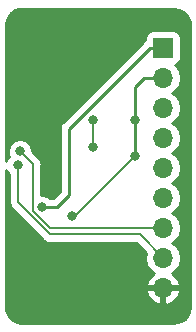
<source format=gbr>
G04 #@! TF.GenerationSoftware,KiCad,Pcbnew,(5.0.0)*
G04 #@! TF.CreationDate,2018-08-29T17:32:18+01:00*
G04 #@! TF.ProjectId,Week5LetsTryANewIC,5765656B354C657473547279414E6577,rev?*
G04 #@! TF.SameCoordinates,Original*
G04 #@! TF.FileFunction,Copper,L2,Bot,Signal*
G04 #@! TF.FilePolarity,Positive*
%FSLAX46Y46*%
G04 Gerber Fmt 4.6, Leading zero omitted, Abs format (unit mm)*
G04 Created by KiCad (PCBNEW (5.0.0)) date 08/29/18 17:32:18*
%MOMM*%
%LPD*%
G01*
G04 APERTURE LIST*
G04 #@! TA.AperFunction,ComponentPad*
%ADD10R,1.700000X1.700000*%
G04 #@! TD*
G04 #@! TA.AperFunction,ComponentPad*
%ADD11O,1.700000X1.700000*%
G04 #@! TD*
G04 #@! TA.AperFunction,ViaPad*
%ADD12C,0.800000*%
G04 #@! TD*
G04 #@! TA.AperFunction,Conductor*
%ADD13C,0.254000*%
G04 #@! TD*
G04 #@! TA.AperFunction,Conductor*
%ADD14C,0.203200*%
G04 #@! TD*
G04 APERTURE END LIST*
D10*
G04 #@! TO.P,J1,1*
G04 #@! TO.N,VDD*
X168000000Y-67000000D03*
D11*
G04 #@! TO.P,J1,2*
G04 #@! TO.N,VDDA*
X168000000Y-69540000D03*
G04 #@! TO.P,J1,3*
G04 #@! TO.N,/SDA*
X168000000Y-72080000D03*
G04 #@! TO.P,J1,4*
G04 #@! TO.N,/SDX*
X168000000Y-74620000D03*
G04 #@! TO.P,J1,5*
G04 #@! TO.N,/SCX*
X168000000Y-77160000D03*
G04 #@! TO.P,J1,6*
G04 #@! TO.N,/CSB*
X168000000Y-79700000D03*
G04 #@! TO.P,J1,7*
G04 #@! TO.N,/INT1*
X168000000Y-82240000D03*
G04 #@! TO.P,J1,8*
G04 #@! TO.N,/INT2*
X168000000Y-84780000D03*
G04 #@! TO.P,J1,9*
G04 #@! TO.N,GND*
X168000000Y-87320000D03*
G04 #@! TD*
D12*
G04 #@! TO.N,VDD*
X157734000Y-80518000D03*
G04 #@! TO.N,GND*
X158000000Y-78000000D03*
G04 #@! TO.N,VDDA*
X165608000Y-73152000D03*
X165608000Y-76200000D03*
X160274000Y-81280000D03*
G04 #@! TO.N,/SDA*
X162052000Y-73152000D03*
X162052000Y-75438000D03*
G04 #@! TO.N,/INT1*
X155898000Y-75750000D03*
G04 #@! TO.N,/INT2*
X155702000Y-76962000D03*
G04 #@! TD*
D13*
G04 #@! TO.N,VDD*
X166896000Y-67000000D02*
X160020000Y-73876000D01*
X168000000Y-67000000D02*
X166896000Y-67000000D01*
X160020000Y-73876000D02*
X160020000Y-79502000D01*
X160020000Y-79502000D02*
X159004000Y-80518000D01*
X159004000Y-80518000D02*
X157734000Y-80518000D01*
G04 #@! TO.N,VDDA*
X165608000Y-73152000D02*
X165608000Y-76200000D01*
X165608000Y-73152000D02*
X165608000Y-70358000D01*
X166426000Y-69540000D02*
X168000000Y-69540000D01*
X165608000Y-70358000D02*
X166426000Y-69540000D01*
D14*
X165608000Y-76200000D02*
X160528000Y-81280000D01*
X160528000Y-81280000D02*
X160274000Y-81280000D01*
G04 #@! TO.N,/SDA*
X162052000Y-73152000D02*
X162052000Y-75438000D01*
G04 #@! TO.N,/INT1*
X158417630Y-82240000D02*
X156972000Y-80794370D01*
X168000000Y-82240000D02*
X158417630Y-82240000D01*
X156972000Y-76824000D02*
X155898000Y-75750000D01*
X156972000Y-80794370D02*
X156972000Y-76824000D01*
G04 #@! TO.N,/INT2*
X155702000Y-80094594D02*
X158411406Y-82804000D01*
X155702000Y-76962000D02*
X155702000Y-80094594D01*
X166024000Y-82804000D02*
X168000000Y-84780000D01*
X158411406Y-82804000D02*
X166024000Y-82804000D01*
G04 #@! TD*
D13*
G04 #@! TO.N,GND*
G36*
X155927612Y-63735000D02*
X168947636Y-63735000D01*
X169352940Y-63793044D01*
X169677504Y-63940614D01*
X169947607Y-64173350D01*
X170141532Y-64472539D01*
X170250970Y-64838479D01*
X170265000Y-65027273D01*
X170265001Y-88947629D01*
X170206956Y-89352938D01*
X170059385Y-89677504D01*
X169826650Y-89947606D01*
X169527459Y-90141532D01*
X169161525Y-90250970D01*
X168972727Y-90265000D01*
X155927612Y-90265000D01*
X155906013Y-90269296D01*
X155639973Y-90231197D01*
X155308888Y-90080661D01*
X155033361Y-89843251D01*
X154835544Y-89538056D01*
X154724300Y-89166083D01*
X154722141Y-89137033D01*
X154735000Y-89072388D01*
X154735000Y-87676890D01*
X166558524Y-87676890D01*
X166728355Y-88086924D01*
X167118642Y-88515183D01*
X167643108Y-88761486D01*
X167873000Y-88640819D01*
X167873000Y-87447000D01*
X168127000Y-87447000D01*
X168127000Y-88640819D01*
X168356892Y-88761486D01*
X168881358Y-88515183D01*
X169271645Y-88086924D01*
X169441476Y-87676890D01*
X169320155Y-87447000D01*
X168127000Y-87447000D01*
X167873000Y-87447000D01*
X166679845Y-87447000D01*
X166558524Y-87676890D01*
X154735000Y-87676890D01*
X154735000Y-77332041D01*
X154824569Y-77548280D01*
X154965400Y-77689111D01*
X154965401Y-80022049D01*
X154950971Y-80094594D01*
X155008139Y-80382000D01*
X155129849Y-80564152D01*
X155129852Y-80564155D01*
X155170943Y-80625652D01*
X155232440Y-80666743D01*
X157839257Y-83273560D01*
X157880348Y-83335058D01*
X157941845Y-83376149D01*
X157941847Y-83376151D01*
X158123999Y-83497861D01*
X158338862Y-83540600D01*
X158338865Y-83540600D01*
X158411406Y-83555029D01*
X158483946Y-83540600D01*
X165718891Y-83540600D01*
X166564281Y-84385991D01*
X166485908Y-84780000D01*
X166601161Y-85359418D01*
X166929375Y-85850625D01*
X167248478Y-86063843D01*
X167118642Y-86124817D01*
X166728355Y-86553076D01*
X166558524Y-86963110D01*
X166679845Y-87193000D01*
X167873000Y-87193000D01*
X167873000Y-87173000D01*
X168127000Y-87173000D01*
X168127000Y-87193000D01*
X169320155Y-87193000D01*
X169441476Y-86963110D01*
X169271645Y-86553076D01*
X168881358Y-86124817D01*
X168751522Y-86063843D01*
X169070625Y-85850625D01*
X169398839Y-85359418D01*
X169514092Y-84780000D01*
X169398839Y-84200582D01*
X169070625Y-83709375D01*
X168772239Y-83510000D01*
X169070625Y-83310625D01*
X169398839Y-82819418D01*
X169514092Y-82240000D01*
X169398839Y-81660582D01*
X169070625Y-81169375D01*
X168772239Y-80970000D01*
X169070625Y-80770625D01*
X169398839Y-80279418D01*
X169514092Y-79700000D01*
X169398839Y-79120582D01*
X169070625Y-78629375D01*
X168772239Y-78430000D01*
X169070625Y-78230625D01*
X169398839Y-77739418D01*
X169514092Y-77160000D01*
X169398839Y-76580582D01*
X169070625Y-76089375D01*
X168772239Y-75890000D01*
X169070625Y-75690625D01*
X169398839Y-75199418D01*
X169514092Y-74620000D01*
X169398839Y-74040582D01*
X169070625Y-73549375D01*
X168772239Y-73350000D01*
X169070625Y-73150625D01*
X169398839Y-72659418D01*
X169514092Y-72080000D01*
X169398839Y-71500582D01*
X169070625Y-71009375D01*
X168772239Y-70810000D01*
X169070625Y-70610625D01*
X169398839Y-70119418D01*
X169514092Y-69540000D01*
X169398839Y-68960582D01*
X169070625Y-68469375D01*
X169052381Y-68457184D01*
X169097765Y-68448157D01*
X169307809Y-68307809D01*
X169448157Y-68097765D01*
X169497440Y-67850000D01*
X169497440Y-66150000D01*
X169448157Y-65902235D01*
X169307809Y-65692191D01*
X169097765Y-65551843D01*
X168850000Y-65502560D01*
X167150000Y-65502560D01*
X166902235Y-65551843D01*
X166692191Y-65692191D01*
X166551843Y-65902235D01*
X166502560Y-66150000D01*
X166502560Y-66346439D01*
X166346629Y-66450629D01*
X166304116Y-66514254D01*
X159534254Y-73284116D01*
X159470629Y-73326629D01*
X159302212Y-73578684D01*
X159258000Y-73800953D01*
X159258000Y-73800957D01*
X159243073Y-73876000D01*
X159258000Y-73951043D01*
X159258001Y-79186368D01*
X158688370Y-79756000D01*
X158435711Y-79756000D01*
X158320280Y-79640569D01*
X157939874Y-79483000D01*
X157708600Y-79483000D01*
X157708600Y-76896538D01*
X157723029Y-76823999D01*
X157708600Y-76751460D01*
X157708600Y-76751456D01*
X157665861Y-76536593D01*
X157503058Y-76292942D01*
X157441558Y-76251849D01*
X156933000Y-75743291D01*
X156933000Y-75544126D01*
X156775431Y-75163720D01*
X156484280Y-74872569D01*
X156103874Y-74715000D01*
X155692126Y-74715000D01*
X155311720Y-74872569D01*
X155020569Y-75163720D01*
X154863000Y-75544126D01*
X154863000Y-75955874D01*
X154974714Y-76225575D01*
X154824569Y-76375720D01*
X154735000Y-76591959D01*
X154735000Y-64927612D01*
X154730704Y-64906013D01*
X154768803Y-64639973D01*
X154919338Y-64308890D01*
X155156749Y-64033361D01*
X155461944Y-63835544D01*
X155833917Y-63724300D01*
X155862967Y-63722141D01*
X155927612Y-63735000D01*
X155927612Y-63735000D01*
G37*
X155927612Y-63735000D02*
X168947636Y-63735000D01*
X169352940Y-63793044D01*
X169677504Y-63940614D01*
X169947607Y-64173350D01*
X170141532Y-64472539D01*
X170250970Y-64838479D01*
X170265000Y-65027273D01*
X170265001Y-88947629D01*
X170206956Y-89352938D01*
X170059385Y-89677504D01*
X169826650Y-89947606D01*
X169527459Y-90141532D01*
X169161525Y-90250970D01*
X168972727Y-90265000D01*
X155927612Y-90265000D01*
X155906013Y-90269296D01*
X155639973Y-90231197D01*
X155308888Y-90080661D01*
X155033361Y-89843251D01*
X154835544Y-89538056D01*
X154724300Y-89166083D01*
X154722141Y-89137033D01*
X154735000Y-89072388D01*
X154735000Y-87676890D01*
X166558524Y-87676890D01*
X166728355Y-88086924D01*
X167118642Y-88515183D01*
X167643108Y-88761486D01*
X167873000Y-88640819D01*
X167873000Y-87447000D01*
X168127000Y-87447000D01*
X168127000Y-88640819D01*
X168356892Y-88761486D01*
X168881358Y-88515183D01*
X169271645Y-88086924D01*
X169441476Y-87676890D01*
X169320155Y-87447000D01*
X168127000Y-87447000D01*
X167873000Y-87447000D01*
X166679845Y-87447000D01*
X166558524Y-87676890D01*
X154735000Y-87676890D01*
X154735000Y-77332041D01*
X154824569Y-77548280D01*
X154965400Y-77689111D01*
X154965401Y-80022049D01*
X154950971Y-80094594D01*
X155008139Y-80382000D01*
X155129849Y-80564152D01*
X155129852Y-80564155D01*
X155170943Y-80625652D01*
X155232440Y-80666743D01*
X157839257Y-83273560D01*
X157880348Y-83335058D01*
X157941845Y-83376149D01*
X157941847Y-83376151D01*
X158123999Y-83497861D01*
X158338862Y-83540600D01*
X158338865Y-83540600D01*
X158411406Y-83555029D01*
X158483946Y-83540600D01*
X165718891Y-83540600D01*
X166564281Y-84385991D01*
X166485908Y-84780000D01*
X166601161Y-85359418D01*
X166929375Y-85850625D01*
X167248478Y-86063843D01*
X167118642Y-86124817D01*
X166728355Y-86553076D01*
X166558524Y-86963110D01*
X166679845Y-87193000D01*
X167873000Y-87193000D01*
X167873000Y-87173000D01*
X168127000Y-87173000D01*
X168127000Y-87193000D01*
X169320155Y-87193000D01*
X169441476Y-86963110D01*
X169271645Y-86553076D01*
X168881358Y-86124817D01*
X168751522Y-86063843D01*
X169070625Y-85850625D01*
X169398839Y-85359418D01*
X169514092Y-84780000D01*
X169398839Y-84200582D01*
X169070625Y-83709375D01*
X168772239Y-83510000D01*
X169070625Y-83310625D01*
X169398839Y-82819418D01*
X169514092Y-82240000D01*
X169398839Y-81660582D01*
X169070625Y-81169375D01*
X168772239Y-80970000D01*
X169070625Y-80770625D01*
X169398839Y-80279418D01*
X169514092Y-79700000D01*
X169398839Y-79120582D01*
X169070625Y-78629375D01*
X168772239Y-78430000D01*
X169070625Y-78230625D01*
X169398839Y-77739418D01*
X169514092Y-77160000D01*
X169398839Y-76580582D01*
X169070625Y-76089375D01*
X168772239Y-75890000D01*
X169070625Y-75690625D01*
X169398839Y-75199418D01*
X169514092Y-74620000D01*
X169398839Y-74040582D01*
X169070625Y-73549375D01*
X168772239Y-73350000D01*
X169070625Y-73150625D01*
X169398839Y-72659418D01*
X169514092Y-72080000D01*
X169398839Y-71500582D01*
X169070625Y-71009375D01*
X168772239Y-70810000D01*
X169070625Y-70610625D01*
X169398839Y-70119418D01*
X169514092Y-69540000D01*
X169398839Y-68960582D01*
X169070625Y-68469375D01*
X169052381Y-68457184D01*
X169097765Y-68448157D01*
X169307809Y-68307809D01*
X169448157Y-68097765D01*
X169497440Y-67850000D01*
X169497440Y-66150000D01*
X169448157Y-65902235D01*
X169307809Y-65692191D01*
X169097765Y-65551843D01*
X168850000Y-65502560D01*
X167150000Y-65502560D01*
X166902235Y-65551843D01*
X166692191Y-65692191D01*
X166551843Y-65902235D01*
X166502560Y-66150000D01*
X166502560Y-66346439D01*
X166346629Y-66450629D01*
X166304116Y-66514254D01*
X159534254Y-73284116D01*
X159470629Y-73326629D01*
X159302212Y-73578684D01*
X159258000Y-73800953D01*
X159258000Y-73800957D01*
X159243073Y-73876000D01*
X159258000Y-73951043D01*
X159258001Y-79186368D01*
X158688370Y-79756000D01*
X158435711Y-79756000D01*
X158320280Y-79640569D01*
X157939874Y-79483000D01*
X157708600Y-79483000D01*
X157708600Y-76896538D01*
X157723029Y-76823999D01*
X157708600Y-76751460D01*
X157708600Y-76751456D01*
X157665861Y-76536593D01*
X157503058Y-76292942D01*
X157441558Y-76251849D01*
X156933000Y-75743291D01*
X156933000Y-75544126D01*
X156775431Y-75163720D01*
X156484280Y-74872569D01*
X156103874Y-74715000D01*
X155692126Y-74715000D01*
X155311720Y-74872569D01*
X155020569Y-75163720D01*
X154863000Y-75544126D01*
X154863000Y-75955874D01*
X154974714Y-76225575D01*
X154824569Y-76375720D01*
X154735000Y-76591959D01*
X154735000Y-64927612D01*
X154730704Y-64906013D01*
X154768803Y-64639973D01*
X154919338Y-64308890D01*
X155156749Y-64033361D01*
X155461944Y-63835544D01*
X155833917Y-63724300D01*
X155862967Y-63722141D01*
X155927612Y-63735000D01*
G04 #@! TD*
M02*

</source>
